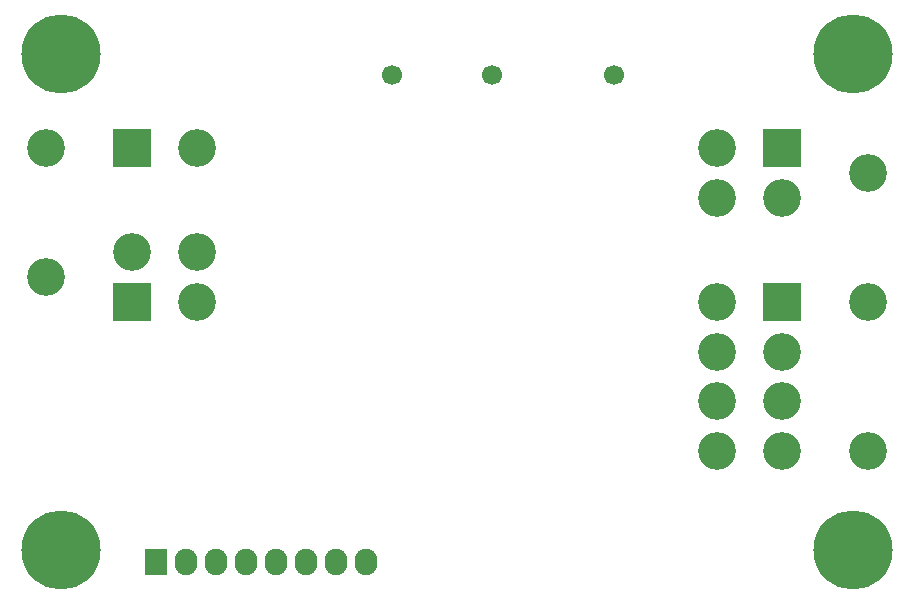
<source format=gbr>
%TF.GenerationSoftware,KiCad,Pcbnew,no-vcs-found*%
%TF.CreationDate,2017-10-09T11:26:26+10:30*%
%TF.ProjectId,clearpath-sc-single-channel,636C656172706174682D73632D73696E,1.0*%
%TF.SameCoordinates,Original*%
%TF.FileFunction,Soldermask,Bot*%
%TF.FilePolarity,Negative*%
%FSLAX46Y46*%
G04 Gerber Fmt 4.6, Leading zero omitted, Abs format (unit mm)*
G04 Created by KiCad (PCBNEW no-vcs-found) date Mon Oct  9 11:26:26 2017*
%MOMM*%
%LPD*%
G01*
G04 APERTURE LIST*
%ADD10R,3.200000X3.200000*%
%ADD11C,3.200000*%
%ADD12C,6.700000*%
%ADD13C,1.700000*%
%ADD14R,1.927200X2.232000*%
%ADD15O,1.927200X2.232000*%
G04 APERTURE END LIST*
D10*
%TO.C,P4*%
X165000000Y-125000000D03*
D11*
X165000000Y-129200000D03*
X165000000Y-133400000D03*
X165000000Y-137600000D03*
X159500000Y-125000000D03*
X159500000Y-129200000D03*
X159500000Y-133400000D03*
X159500000Y-137600000D03*
X172300000Y-125000000D03*
X172300000Y-137600000D03*
%TD*%
D10*
%TO.C,P2*%
X110000000Y-125000000D03*
D11*
X110000000Y-120800000D03*
X115500000Y-125000000D03*
X115500000Y-120800000D03*
X102700000Y-122900000D03*
%TD*%
D10*
%TO.C,P3*%
X165000000Y-112000000D03*
D11*
X165000000Y-116200000D03*
X159500000Y-112000000D03*
X159500000Y-116200000D03*
X172300000Y-114100000D03*
%TD*%
D10*
%TO.C,P1*%
X110000000Y-112000000D03*
D11*
X115500000Y-112000000D03*
X102700000Y-112000000D03*
%TD*%
D12*
%TO.C,MNT1*%
X171000000Y-104000000D03*
%TD*%
%TO.C,MNT2*%
X171000000Y-146000000D03*
%TD*%
%TO.C,MNT3*%
X104000000Y-146000000D03*
%TD*%
%TO.C,MNT4*%
X104000000Y-104000000D03*
%TD*%
D13*
%TO.C,TEST1*%
X132000000Y-105750000D03*
%TD*%
%TO.C,TEST2*%
X140500000Y-105750000D03*
%TD*%
%TO.C,TEST3*%
X150750000Y-105750000D03*
%TD*%
D14*
%TO.C,P5*%
X112000000Y-147000000D03*
D15*
X114540000Y-147000000D03*
X117080000Y-147000000D03*
X119620000Y-147000000D03*
X122160000Y-147000000D03*
X124700000Y-147000000D03*
X127240000Y-147000000D03*
X129780000Y-147000000D03*
%TD*%
M02*

</source>
